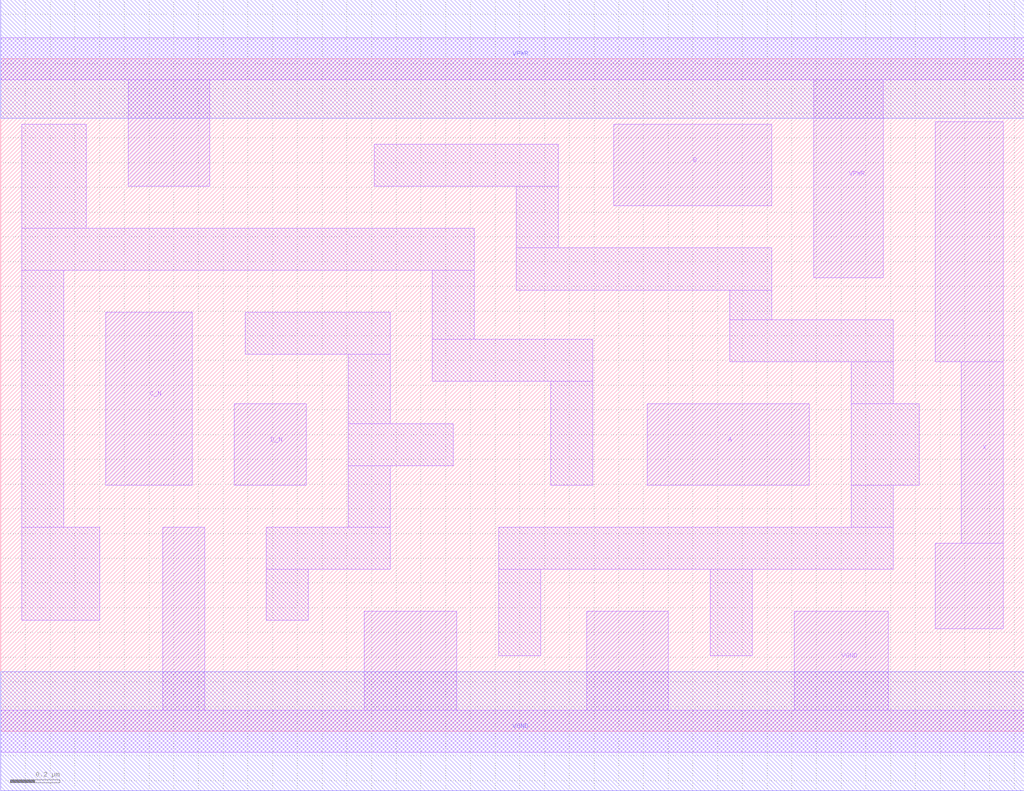
<source format=lef>
# Copyright 2020 The SkyWater PDK Authors
#
# Licensed under the Apache License, Version 2.0 (the "License");
# you may not use this file except in compliance with the License.
# You may obtain a copy of the License at
#
#     https://www.apache.org/licenses/LICENSE-2.0
#
# Unless required by applicable law or agreed to in writing, software
# distributed under the License is distributed on an "AS IS" BASIS,
# WITHOUT WARRANTIES OR CONDITIONS OF ANY KIND, either express or implied.
# See the License for the specific language governing permissions and
# limitations under the License.
#
# SPDX-License-Identifier: Apache-2.0

VERSION 5.5 ;
NAMESCASESENSITIVE ON ;
BUSBITCHARS "[]" ;
DIVIDERCHAR "/" ;
MACRO sky130_fd_sc_hd__or4bb_1
  CLASS CORE ;
  SOURCE USER ;
  ORIGIN  0.000000  0.000000 ;
  SIZE  4.140000 BY  2.720000 ;
  SYMMETRY X Y R90 ;
  SITE unithd ;
  PIN A
    ANTENNAGATEAREA  0.126000 ;
    DIRECTION INPUT ;
    USE SIGNAL ;
    PORT
      LAYER li1 ;
        RECT 2.615000 0.995000 3.270000 1.325000 ;
    END
  END A
  PIN B
    ANTENNAGATEAREA  0.126000 ;
    DIRECTION INPUT ;
    USE SIGNAL ;
    PORT
      LAYER li1 ;
        RECT 2.480000 2.125000 3.120000 2.455000 ;
    END
  END B
  PIN C_N
    ANTENNAGATEAREA  0.126000 ;
    DIRECTION INPUT ;
    USE SIGNAL ;
    PORT
      LAYER li1 ;
        RECT 0.425000 0.995000 0.775000 1.695000 ;
    END
  END C_N
  PIN D_N
    ANTENNAGATEAREA  0.126000 ;
    DIRECTION INPUT ;
    USE SIGNAL ;
    PORT
      LAYER li1 ;
        RECT 0.945000 0.995000 1.235000 1.325000 ;
    END
  END D_N
  PIN X
    ANTENNADIFFAREA  0.453750 ;
    DIRECTION OUTPUT ;
    USE SIGNAL ;
    PORT
      LAYER li1 ;
        RECT 3.780000 0.415000 4.055000 0.760000 ;
        RECT 3.780000 1.495000 4.055000 2.465000 ;
        RECT 3.885000 0.760000 4.055000 1.495000 ;
    END
  END X
  PIN VGND
    DIRECTION INOUT ;
    SHAPE ABUTMENT ;
    USE GROUND ;
    PORT
      LAYER li1 ;
        RECT 0.000000 -0.085000 4.140000 0.085000 ;
        RECT 0.655000  0.085000 0.825000 0.825000 ;
        RECT 1.470000  0.085000 1.845000 0.485000 ;
        RECT 2.370000  0.085000 2.700000 0.485000 ;
        RECT 3.210000  0.085000 3.590000 0.485000 ;
    END
    PORT
      LAYER met1 ;
        RECT 0.000000 -0.240000 4.140000 0.240000 ;
    END
  END VGND
  PIN VPWR
    DIRECTION INOUT ;
    SHAPE ABUTMENT ;
    USE POWER ;
    PORT
      LAYER li1 ;
        RECT 0.000000 2.635000 4.140000 2.805000 ;
        RECT 0.515000 2.205000 0.845000 2.635000 ;
        RECT 3.290000 1.835000 3.570000 2.635000 ;
    END
    PORT
      LAYER met1 ;
        RECT 0.000000 2.480000 4.140000 2.960000 ;
    END
  END VPWR
  OBS
    LAYER li1 ;
      RECT 0.085000 0.450000 0.400000 0.825000 ;
      RECT 0.085000 0.825000 0.255000 1.865000 ;
      RECT 0.085000 1.865000 1.915000 2.035000 ;
      RECT 0.085000 2.035000 0.345000 2.455000 ;
      RECT 0.990000 1.525000 1.575000 1.695000 ;
      RECT 1.075000 0.450000 1.245000 0.655000 ;
      RECT 1.075000 0.655000 1.575000 0.825000 ;
      RECT 1.405000 0.825000 1.575000 1.075000 ;
      RECT 1.405000 1.075000 1.830000 1.245000 ;
      RECT 1.405000 1.245000 1.575000 1.525000 ;
      RECT 1.510000 2.205000 2.255000 2.375000 ;
      RECT 1.745000 1.415000 2.395000 1.585000 ;
      RECT 1.745000 1.585000 1.915000 1.865000 ;
      RECT 2.015000 0.305000 2.185000 0.655000 ;
      RECT 2.015000 0.655000 3.610000 0.825000 ;
      RECT 2.085000 1.785000 3.120000 1.955000 ;
      RECT 2.085000 1.955000 2.255000 2.205000 ;
      RECT 2.225000 0.995000 2.395000 1.415000 ;
      RECT 2.870000 0.305000 3.040000 0.655000 ;
      RECT 2.950000 1.495000 3.610000 1.665000 ;
      RECT 2.950000 1.665000 3.120000 1.785000 ;
      RECT 3.440000 0.825000 3.610000 0.995000 ;
      RECT 3.440000 0.995000 3.715000 1.325000 ;
      RECT 3.440000 1.325000 3.610000 1.495000 ;
  END
END sky130_fd_sc_hd__or4bb_1

</source>
